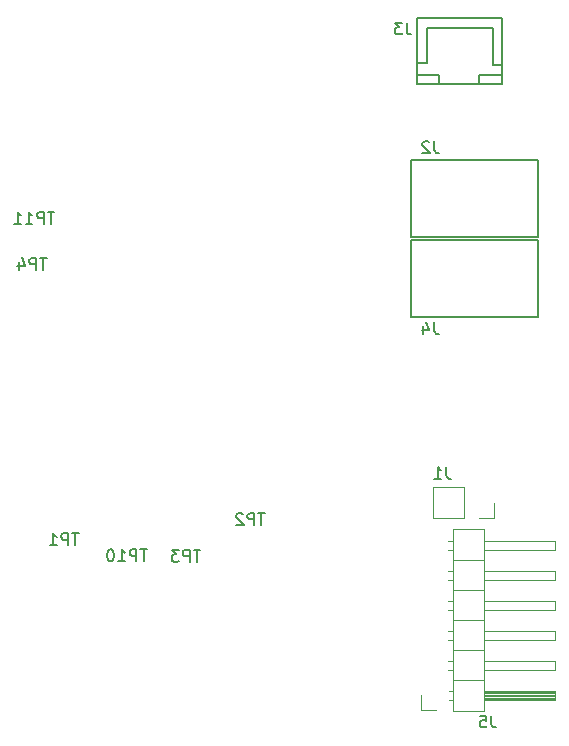
<source format=gbo>
G04 #@! TF.FileFunction,Legend,Bot*
%FSLAX46Y46*%
G04 Gerber Fmt 4.6, Leading zero omitted, Abs format (unit mm)*
G04 Created by KiCad (PCBNEW 4.0.7-e2-6376~58~ubuntu16.04.1) date Sat Jul  7 02:27:32 2018*
%MOMM*%
%LPD*%
G01*
G04 APERTURE LIST*
%ADD10C,0.100000*%
%ADD11C,0.120000*%
%ADD12C,0.150000*%
G04 APERTURE END LIST*
D10*
D11*
X86774900Y-93243200D02*
X86774900Y-90583200D01*
X89374900Y-93243200D02*
X86774900Y-93243200D01*
X89374900Y-90583200D02*
X86774900Y-90583200D01*
X89374900Y-93243200D02*
X89374900Y-90583200D01*
X90644900Y-93243200D02*
X91974900Y-93243200D01*
X91974900Y-93243200D02*
X91974900Y-91913200D01*
D12*
X84892500Y-62934500D02*
X95687500Y-62934500D01*
X84892500Y-69411500D02*
X84892500Y-62934500D01*
X95687500Y-69411500D02*
X84892500Y-69411500D01*
X95687500Y-62934500D02*
X95687500Y-69411500D01*
X92643000Y-55692200D02*
X90643000Y-55692200D01*
X92643000Y-54892200D02*
X91843000Y-54892200D01*
X90643000Y-55692200D02*
X90643000Y-56492200D01*
X85443000Y-55692200D02*
X86843000Y-55692200D01*
X86843000Y-55692200D02*
X87043000Y-55692200D01*
X87043000Y-55692200D02*
X87243000Y-55692200D01*
X87243000Y-55692200D02*
X87243000Y-56292200D01*
X87243000Y-56292200D02*
X87243000Y-56492200D01*
X87243000Y-56492200D02*
X87243000Y-56292200D01*
X91843000Y-54892200D02*
X91843000Y-51692200D01*
X91843000Y-51692200D02*
X86243000Y-51692200D01*
X86243000Y-51692200D02*
X86243000Y-54692200D01*
X86243000Y-54692200D02*
X85443000Y-54692200D01*
X92643000Y-50892200D02*
X85443000Y-50892200D01*
X85443000Y-50892200D02*
X85443000Y-56492200D01*
X85443000Y-56492200D02*
X92643000Y-56492200D01*
X92643000Y-56492200D02*
X92643000Y-50892200D01*
X95687500Y-76165500D02*
X84892500Y-76165500D01*
X95687500Y-69688500D02*
X95687500Y-76165500D01*
X84892500Y-69688500D02*
X95687500Y-69688500D01*
X84892500Y-76165500D02*
X84892500Y-69688500D01*
D11*
X88440000Y-109550000D02*
X88440000Y-94190000D01*
X88440000Y-94190000D02*
X91100000Y-94190000D01*
X91100000Y-94190000D02*
X91100000Y-109550000D01*
X91100000Y-109550000D02*
X88440000Y-109550000D01*
X91100000Y-108600000D02*
X97100000Y-108600000D01*
X97100000Y-108600000D02*
X97100000Y-107840000D01*
X97100000Y-107840000D02*
X91100000Y-107840000D01*
X91100000Y-108540000D02*
X97100000Y-108540000D01*
X91100000Y-108420000D02*
X97100000Y-108420000D01*
X91100000Y-108300000D02*
X97100000Y-108300000D01*
X91100000Y-108180000D02*
X97100000Y-108180000D01*
X91100000Y-108060000D02*
X97100000Y-108060000D01*
X91100000Y-107940000D02*
X97100000Y-107940000D01*
X88110000Y-108600000D02*
X88440000Y-108600000D01*
X88110000Y-107840000D02*
X88440000Y-107840000D01*
X88440000Y-106950000D02*
X91100000Y-106950000D01*
X91100000Y-106060000D02*
X97100000Y-106060000D01*
X97100000Y-106060000D02*
X97100000Y-105300000D01*
X97100000Y-105300000D02*
X91100000Y-105300000D01*
X88042929Y-106060000D02*
X88440000Y-106060000D01*
X88042929Y-105300000D02*
X88440000Y-105300000D01*
X88440000Y-104410000D02*
X91100000Y-104410000D01*
X91100000Y-103520000D02*
X97100000Y-103520000D01*
X97100000Y-103520000D02*
X97100000Y-102760000D01*
X97100000Y-102760000D02*
X91100000Y-102760000D01*
X88042929Y-103520000D02*
X88440000Y-103520000D01*
X88042929Y-102760000D02*
X88440000Y-102760000D01*
X88440000Y-101870000D02*
X91100000Y-101870000D01*
X91100000Y-100980000D02*
X97100000Y-100980000D01*
X97100000Y-100980000D02*
X97100000Y-100220000D01*
X97100000Y-100220000D02*
X91100000Y-100220000D01*
X88042929Y-100980000D02*
X88440000Y-100980000D01*
X88042929Y-100220000D02*
X88440000Y-100220000D01*
X88440000Y-99330000D02*
X91100000Y-99330000D01*
X91100000Y-98440000D02*
X97100000Y-98440000D01*
X97100000Y-98440000D02*
X97100000Y-97680000D01*
X97100000Y-97680000D02*
X91100000Y-97680000D01*
X88042929Y-98440000D02*
X88440000Y-98440000D01*
X88042929Y-97680000D02*
X88440000Y-97680000D01*
X88440000Y-96790000D02*
X91100000Y-96790000D01*
X91100000Y-95900000D02*
X97100000Y-95900000D01*
X97100000Y-95900000D02*
X97100000Y-95140000D01*
X97100000Y-95140000D02*
X91100000Y-95140000D01*
X88042929Y-95900000D02*
X88440000Y-95900000D01*
X88042929Y-95140000D02*
X88440000Y-95140000D01*
X85730000Y-108220000D02*
X85730000Y-109490000D01*
X85730000Y-109490000D02*
X87000000Y-109490000D01*
D12*
X87876973Y-88880701D02*
X87876973Y-89594987D01*
X87924593Y-89737844D01*
X88019831Y-89833082D01*
X88162688Y-89880701D01*
X88257926Y-89880701D01*
X86876973Y-89880701D02*
X87448402Y-89880701D01*
X87162688Y-89880701D02*
X87162688Y-88880701D01*
X87257926Y-89023558D01*
X87353164Y-89118796D01*
X87448402Y-89166415D01*
X86876213Y-61324241D02*
X86876213Y-62038527D01*
X86923833Y-62181384D01*
X87019071Y-62276622D01*
X87161928Y-62324241D01*
X87257166Y-62324241D01*
X86447642Y-61419479D02*
X86400023Y-61371860D01*
X86304785Y-61324241D01*
X86066689Y-61324241D01*
X85971451Y-61371860D01*
X85923832Y-61419479D01*
X85876213Y-61514717D01*
X85876213Y-61609955D01*
X85923832Y-61752812D01*
X86495261Y-62324241D01*
X85876213Y-62324241D01*
X84545533Y-51268381D02*
X84545533Y-51982667D01*
X84593153Y-52125524D01*
X84688391Y-52220762D01*
X84831248Y-52268381D01*
X84926486Y-52268381D01*
X84164581Y-51268381D02*
X83545533Y-51268381D01*
X83878867Y-51649333D01*
X83736009Y-51649333D01*
X83640771Y-51696952D01*
X83593152Y-51744571D01*
X83545533Y-51839810D01*
X83545533Y-52077905D01*
X83593152Y-52173143D01*
X83640771Y-52220762D01*
X83736009Y-52268381D01*
X84021724Y-52268381D01*
X84116962Y-52220762D01*
X84164581Y-52173143D01*
X86866053Y-76655681D02*
X86866053Y-77369967D01*
X86913673Y-77512824D01*
X87008911Y-77608062D01*
X87151768Y-77655681D01*
X87247006Y-77655681D01*
X85961291Y-76989014D02*
X85961291Y-77655681D01*
X86199387Y-76608062D02*
X86437482Y-77322348D01*
X85818434Y-77322348D01*
X91718333Y-109942381D02*
X91718333Y-110656667D01*
X91765953Y-110799524D01*
X91861191Y-110894762D01*
X92004048Y-110942381D01*
X92099286Y-110942381D01*
X90765952Y-109942381D02*
X91242143Y-109942381D01*
X91289762Y-110418571D01*
X91242143Y-110370952D01*
X91146905Y-110323333D01*
X90908809Y-110323333D01*
X90813571Y-110370952D01*
X90765952Y-110418571D01*
X90718333Y-110513810D01*
X90718333Y-110751905D01*
X90765952Y-110847143D01*
X90813571Y-110894762D01*
X90908809Y-110942381D01*
X91146905Y-110942381D01*
X91242143Y-110894762D01*
X91289762Y-110847143D01*
X56760905Y-94516961D02*
X56189476Y-94516961D01*
X56475191Y-95516961D02*
X56475191Y-94516961D01*
X55856143Y-95516961D02*
X55856143Y-94516961D01*
X55475190Y-94516961D01*
X55379952Y-94564580D01*
X55332333Y-94612199D01*
X55284714Y-94707437D01*
X55284714Y-94850294D01*
X55332333Y-94945532D01*
X55379952Y-94993151D01*
X55475190Y-95040770D01*
X55856143Y-95040770D01*
X54332333Y-95516961D02*
X54903762Y-95516961D01*
X54618048Y-95516961D02*
X54618048Y-94516961D01*
X54713286Y-94659818D01*
X54808524Y-94755056D01*
X54903762Y-94802675D01*
X72539385Y-92817701D02*
X71967956Y-92817701D01*
X72253671Y-93817701D02*
X72253671Y-92817701D01*
X71634623Y-93817701D02*
X71634623Y-92817701D01*
X71253670Y-92817701D01*
X71158432Y-92865320D01*
X71110813Y-92912939D01*
X71063194Y-93008177D01*
X71063194Y-93151034D01*
X71110813Y-93246272D01*
X71158432Y-93293891D01*
X71253670Y-93341510D01*
X71634623Y-93341510D01*
X70682242Y-92912939D02*
X70634623Y-92865320D01*
X70539385Y-92817701D01*
X70301289Y-92817701D01*
X70206051Y-92865320D01*
X70158432Y-92912939D01*
X70110813Y-93008177D01*
X70110813Y-93103415D01*
X70158432Y-93246272D01*
X70729861Y-93817701D01*
X70110813Y-93817701D01*
X67070765Y-95921581D02*
X66499336Y-95921581D01*
X66785051Y-96921581D02*
X66785051Y-95921581D01*
X66166003Y-96921581D02*
X66166003Y-95921581D01*
X65785050Y-95921581D01*
X65689812Y-95969200D01*
X65642193Y-96016819D01*
X65594574Y-96112057D01*
X65594574Y-96254914D01*
X65642193Y-96350152D01*
X65689812Y-96397771D01*
X65785050Y-96445390D01*
X66166003Y-96445390D01*
X65261241Y-95921581D02*
X64642193Y-95921581D01*
X64975527Y-96302533D01*
X64832669Y-96302533D01*
X64737431Y-96350152D01*
X64689812Y-96397771D01*
X64642193Y-96493010D01*
X64642193Y-96731105D01*
X64689812Y-96826343D01*
X64737431Y-96873962D01*
X64832669Y-96921581D01*
X65118384Y-96921581D01*
X65213622Y-96873962D01*
X65261241Y-96826343D01*
X54071045Y-71207381D02*
X53499616Y-71207381D01*
X53785331Y-72207381D02*
X53785331Y-71207381D01*
X53166283Y-72207381D02*
X53166283Y-71207381D01*
X52785330Y-71207381D01*
X52690092Y-71255000D01*
X52642473Y-71302619D01*
X52594854Y-71397857D01*
X52594854Y-71540714D01*
X52642473Y-71635952D01*
X52690092Y-71683571D01*
X52785330Y-71731190D01*
X53166283Y-71731190D01*
X51737711Y-71540714D02*
X51737711Y-72207381D01*
X51975807Y-71159762D02*
X52213902Y-71874048D01*
X51594854Y-71874048D01*
X62558395Y-95883481D02*
X61986966Y-95883481D01*
X62272681Y-96883481D02*
X62272681Y-95883481D01*
X61653633Y-96883481D02*
X61653633Y-95883481D01*
X61272680Y-95883481D01*
X61177442Y-95931100D01*
X61129823Y-95978719D01*
X61082204Y-96073957D01*
X61082204Y-96216814D01*
X61129823Y-96312052D01*
X61177442Y-96359671D01*
X61272680Y-96407290D01*
X61653633Y-96407290D01*
X60129823Y-96883481D02*
X60701252Y-96883481D01*
X60415538Y-96883481D02*
X60415538Y-95883481D01*
X60510776Y-96026338D01*
X60606014Y-96121576D01*
X60701252Y-96169195D01*
X59510776Y-95883481D02*
X59415537Y-95883481D01*
X59320299Y-95931100D01*
X59272680Y-95978719D01*
X59225061Y-96073957D01*
X59177442Y-96264433D01*
X59177442Y-96502529D01*
X59225061Y-96693005D01*
X59272680Y-96788243D01*
X59320299Y-96835862D01*
X59415537Y-96883481D01*
X59510776Y-96883481D01*
X59606014Y-96835862D01*
X59653633Y-96788243D01*
X59701252Y-96693005D01*
X59748871Y-96502529D01*
X59748871Y-96264433D01*
X59701252Y-96073957D01*
X59653633Y-95978719D01*
X59606014Y-95931100D01*
X59510776Y-95883481D01*
X54717415Y-67316101D02*
X54145986Y-67316101D01*
X54431701Y-68316101D02*
X54431701Y-67316101D01*
X53812653Y-68316101D02*
X53812653Y-67316101D01*
X53431700Y-67316101D01*
X53336462Y-67363720D01*
X53288843Y-67411339D01*
X53241224Y-67506577D01*
X53241224Y-67649434D01*
X53288843Y-67744672D01*
X53336462Y-67792291D01*
X53431700Y-67839910D01*
X53812653Y-67839910D01*
X52288843Y-68316101D02*
X52860272Y-68316101D01*
X52574558Y-68316101D02*
X52574558Y-67316101D01*
X52669796Y-67458958D01*
X52765034Y-67554196D01*
X52860272Y-67601815D01*
X51336462Y-68316101D02*
X51907891Y-68316101D01*
X51622177Y-68316101D02*
X51622177Y-67316101D01*
X51717415Y-67458958D01*
X51812653Y-67554196D01*
X51907891Y-67601815D01*
M02*

</source>
